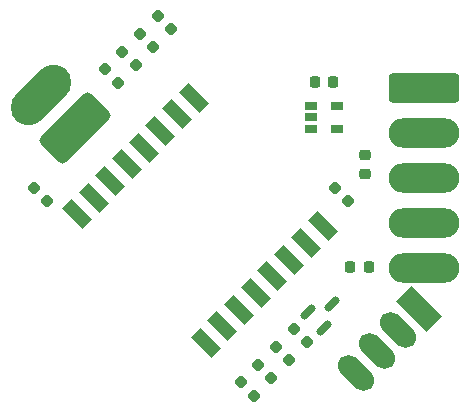
<source format=gts>
G04 #@! TF.GenerationSoftware,KiCad,Pcbnew,8.0.7-unknown-1000.20241208gitf899755.fc40*
G04 #@! TF.CreationDate,2024-12-14T19:17:03-08:00*
G04 #@! TF.ProjectId,led-ctrl-24v,6c65642d-6374-4726-9c2d-3234762e6b69,rev?*
G04 #@! TF.SameCoordinates,Original*
G04 #@! TF.FileFunction,Soldermask,Top*
G04 #@! TF.FilePolarity,Negative*
%FSLAX46Y46*%
G04 Gerber Fmt 4.6, Leading zero omitted, Abs format (unit mm)*
G04 Created by KiCad (PCBNEW 8.0.7-unknown-1000.20241208gitf899755.fc40) date 2024-12-14 19:17:03*
%MOMM*%
%LPD*%
G01*
G04 APERTURE LIST*
G04 Aperture macros list*
%AMRoundRect*
0 Rectangle with rounded corners*
0 $1 Rounding radius*
0 $2 $3 $4 $5 $6 $7 $8 $9 X,Y pos of 4 corners*
0 Add a 4 corners polygon primitive as box body*
4,1,4,$2,$3,$4,$5,$6,$7,$8,$9,$2,$3,0*
0 Add four circle primitives for the rounded corners*
1,1,$1+$1,$2,$3*
1,1,$1+$1,$4,$5*
1,1,$1+$1,$6,$7*
1,1,$1+$1,$8,$9*
0 Add four rect primitives between the rounded corners*
20,1,$1+$1,$2,$3,$4,$5,0*
20,1,$1+$1,$4,$5,$6,$7,0*
20,1,$1+$1,$6,$7,$8,$9,0*
20,1,$1+$1,$8,$9,$2,$3,0*%
%AMHorizOval*
0 Thick line with rounded ends*
0 $1 width*
0 $2 $3 position (X,Y) of the first rounded end (center of the circle)*
0 $4 $5 position (X,Y) of the second rounded end (center of the circle)*
0 Add line between two ends*
20,1,$1,$2,$3,$4,$5,0*
0 Add two circle primitives to create the rounded ends*
1,1,$1,$2,$3*
1,1,$1,$4,$5*%
%AMRotRect*
0 Rectangle, with rotation*
0 The origin of the aperture is its center*
0 $1 length*
0 $2 width*
0 $3 Rotation angle, in degrees counterclockwise*
0 Add horizontal line*
21,1,$1,$2,0,0,$3*%
G04 Aperture macros list end*
%ADD10RoundRect,0.218750X0.218750X0.256250X-0.218750X0.256250X-0.218750X-0.256250X0.218750X-0.256250X0*%
%ADD11RoundRect,0.218750X0.335876X0.026517X0.026517X0.335876X-0.335876X-0.026517X-0.026517X-0.335876X0*%
%ADD12RoundRect,0.218750X-0.335876X-0.026517X-0.026517X-0.335876X0.335876X0.026517X0.026517X0.335876X0*%
%ADD13RoundRect,0.218750X-0.218750X-0.256250X0.218750X-0.256250X0.218750X0.256250X-0.218750X0.256250X0*%
%ADD14RotRect,2.500000X1.100000X135.000000*%
%ADD15RoundRect,0.416667X2.592724X1.060660X1.060660X2.592724X-2.592724X-1.060660X-1.060660X-2.592724X0*%
%ADD16HorizOval,3.000000X1.060660X1.060660X-1.060660X-1.060660X0*%
%ADD17R,1.060000X0.650000*%
%ADD18RoundRect,0.150000X-0.309359X-0.521491X0.521491X0.309359X0.309359X0.521491X-0.521491X-0.309359X0*%
%ADD19RoundRect,0.347223X-2.652777X0.902777X-2.652777X-0.902777X2.652777X-0.902777X2.652777X0.902777X0*%
%ADD20O,6.000000X2.500000*%
%ADD21RoundRect,0.218750X-0.256250X0.218750X-0.256250X-0.218750X0.256250X-0.218750X0.256250X0.218750X0*%
%ADD22RotRect,3.600000X1.800000X315.000000*%
%ADD23HorizOval,1.800000X0.636396X-0.636396X-0.636396X0.636396X0*%
G04 APERTURE END LIST*
D10*
G04 #@! TO.C,C2*
X98787500Y-114000000D03*
X97212500Y-114000000D03*
G04 #@! TD*
D11*
G04 #@! TO.C,R6*
X92056847Y-140556847D03*
X90943153Y-139443153D03*
G04 #@! TD*
G04 #@! TO.C,R5*
X93556847Y-139056847D03*
X92443153Y-137943153D03*
G04 #@! TD*
D12*
G04 #@! TO.C,R2*
X83943153Y-108443153D03*
X85056847Y-109556847D03*
G04 #@! TD*
D11*
G04 #@! TO.C,R3*
X95056847Y-137556847D03*
X93943153Y-136443153D03*
G04 #@! TD*
D13*
G04 #@! TO.C,R8*
X100212500Y-129700000D03*
X101787500Y-129700000D03*
G04 #@! TD*
D12*
G04 #@! TO.C,R4*
X73443153Y-122943153D03*
X74556847Y-124056847D03*
G04 #@! TD*
D14*
G04 #@! TO.C,U2*
X87981460Y-136107985D03*
X89395674Y-134693771D03*
X90809887Y-133279558D03*
X92224101Y-131865344D03*
X93638314Y-130451131D03*
X95052528Y-129036917D03*
X96466741Y-127622704D03*
X97880955Y-126208490D03*
X86991510Y-115319045D03*
X85577296Y-116733259D03*
X84163083Y-118147472D03*
X82748869Y-119561686D03*
X81334656Y-120975899D03*
X79920442Y-122390113D03*
X78506229Y-123804327D03*
X77092015Y-125218540D03*
G04 #@! TD*
D15*
G04 #@! TO.C,J2*
X76914214Y-117914214D03*
D16*
X74085786Y-115085786D03*
G04 #@! TD*
D17*
G04 #@! TO.C,U4*
X96900000Y-116050000D03*
X96900000Y-117000000D03*
X96900000Y-117950000D03*
X99100000Y-117950000D03*
X99100000Y-116050000D03*
G04 #@! TD*
D11*
G04 #@! TO.C,C1*
X100056847Y-124056847D03*
X98943153Y-122943153D03*
G04 #@! TD*
D12*
G04 #@! TO.C,R1*
X80943153Y-111443153D03*
X82056847Y-112556847D03*
G04 #@! TD*
G04 #@! TO.C,R7*
X95443153Y-134943153D03*
X96556847Y-136056847D03*
G04 #@! TD*
D18*
G04 #@! TO.C,Q1*
X96665336Y-133491161D03*
X98008839Y-134834664D03*
X98662913Y-132837087D03*
G04 #@! TD*
D11*
G04 #@! TO.C,R14*
X83556847Y-111056847D03*
X82443153Y-109943153D03*
G04 #@! TD*
D19*
G04 #@! TO.C,J3*
X106500000Y-114480000D03*
D20*
X106500000Y-118290000D03*
X106500000Y-122100000D03*
X106500000Y-125910000D03*
X106500000Y-129720000D03*
G04 #@! TD*
D21*
G04 #@! TO.C,R9*
X101500000Y-120212499D03*
X101500000Y-121787501D03*
G04 #@! TD*
D22*
G04 #@! TO.C,J1*
X106087006Y-133212994D03*
D23*
X104290955Y-135009045D03*
X102494904Y-136805096D03*
X100698852Y-138601148D03*
G04 #@! TD*
D12*
G04 #@! TO.C,R12*
X79443153Y-112943153D03*
X80556847Y-114056847D03*
G04 #@! TD*
M02*

</source>
